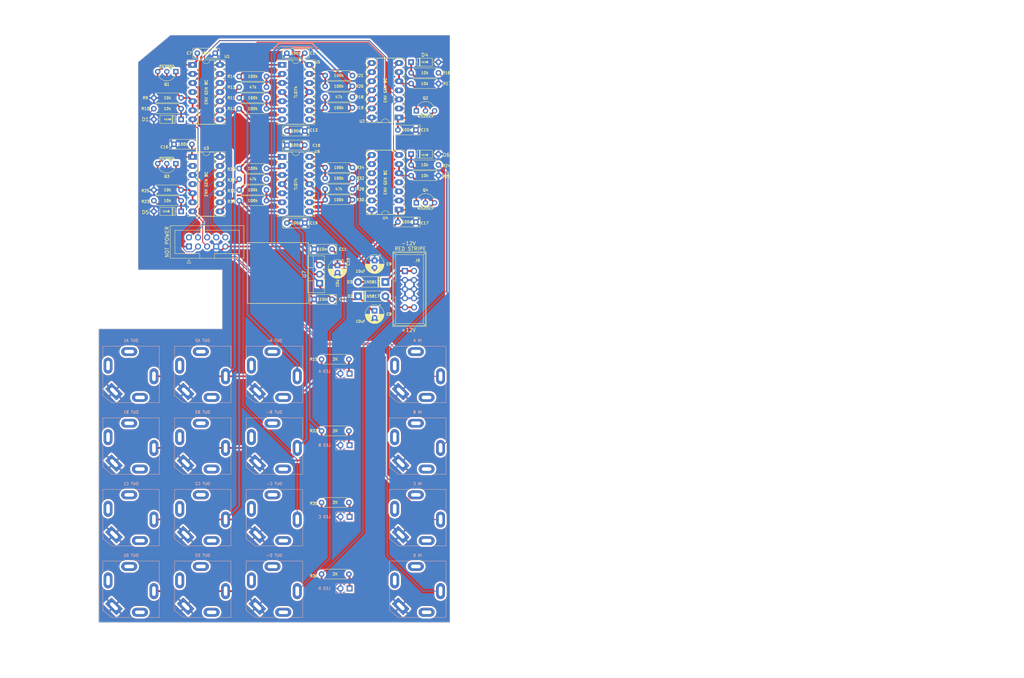
<source format=kicad_pcb>
(kicad_pcb (version 20221018) (generator pcbnew)
  (layers (0 "F.Cu" signal) (31 "B.Cu" signal) (34 "B.Paste" user) (35 "F.Paste" user) (36 "B.SilkS" user "B.Silkscreen") (37 "F.SilkS" user "F.Silkscreen") (38 "B.Mask" user) (39 "F.Mask" user) (44 "Edge.Cuts" user))
  (net 0 "")
  (net 1 "Net-(D4-K)")
  (net 2 "+5V")
  (net 3 "GATE B")
  (net 4 "Net-(D6-K)")
  (net 5 "GATE D")
  (net 6 "Net-(D1-K)")
  (net 7 "GATE A")
  (net 8 "Net-(D5-K)")
  (net 9 "GATE C")
  (net 10 "Net-(J10-Pin_1)")
  (net 11 "Net-(J13-Pin_1)")
  (net 12 "Net-(J18-Pin_1)")
  (net 13 "Net-(U5D--)")
  (net 14 "Net-(U5C--)")
  (net 15 "ENV B")
  (net 16 "GND")
  (net 17 "Net-(J14-Pin_1)")
  (net 18 "Net-(J24-Pin_1)")
  (net 19 "Net-(U6B--)")
  (net 20 "Net-(U5A--)")
  (net 21 "Net-(J12-Pin_1)")
  (net 22 "ENV A")
  (net 23 "Net-(U5B--)")
  (net 24 "Net-(J8-Pin_1)")
  (net 25 "Net-(J26-Pin_1)")
  (net 26 "Net-(J25-Pin_1)")
  (net 27 "REL")
  (net 28 "SUS")
  (net 29 "ATK")
  (net 30 "TIME")
  (net 31 "MODE")
  (net 32 "LVL")
  (net 33 "DEC")
  (net 34 "Net-(J16-Pin_1)")
  (net 35 "Net-(J15-Pin_1)")
  (net 36 "Net-(J19-Pin_1)")
  (net 37 "Net-(J20-Pin_1)")
  (net 38 "ENV C")
  (net 39 "Net-(U6A--)")
  (net 40 "ENV D")
  (net 41 "Net-(U6C--)")
  (net 42 "Net-(J28-Pin_1)")
  (net 43 "Net-(U6D--)")
  (net 44 "Net-(J22-Pin_1)")
  (net 45 "Net-(J21-Pin_1)")
  (net 46 "Net-(D3-K)")
  (net 47 "Net-(D2-A)")
  (net 48 "-12V")
  (net 49 "+12V")
  (footprint "ao_tht:TO-92_Inline_Wide" (layer "F.Cu") (at 67.54 35.64 180)
    (fp_text reference "Q1")
    (fp_text value "2N3904")
  )
  (footprint "ao_tht:C_Rect_L7.2mm_W2.5mm_P5.00mm_FKS2_FKP2_MKS2_MKP2" (layer "F.Cu") (at 134.5 77.65 180)
    (fp_text reference "C17")
    (fp_text value "100n")
  )
  (footprint "ao_tht:R_Axial_DIN0207_L6.3mm_D2.5mm_P7.62mm_Horizontal" (layer "F.Cu") (at 108.19 136)
    (fp_text reference "R22")
    (fp_text value "2K")
  )
  (footprint "ao_tht:R_Axial_DIN0207_L6.3mm_D2.5mm_P7.62mm_Horizontal" (layer "F.Cu") (at 108.19 176)
    (fp_text reference "R36")
    (fp_text value "2K")
  )
  (footprint "ao_tht:R_Axial_DIN0207_L6.3mm_D2.5mm_P7.62mm_Horizontal" (layer "F.Cu") (at 116.81 39.75 180)
    (fp_text reference "R20")
    (fp_text value "100k")
  )
  (footprint "ao_tht:DIP-14_W7.62mm_Socket_LongPads" (layer "F.Cu") (at 72.2 59.46)
    (fp_text reference "U3")
    (fp_text value "ENV GEN 8C")
  )
  (footprint "ao_tht:R_Axial_DIN0207_L6.3mm_D2.5mm_P7.62mm_Horizontal" (layer "F.Cu") (at 140.81 61.7 180)
    (fp_text reference "R24")
    (fp_text value "10k")
  )
  (footprint "ao_tht:DIP-14_W7.62mm_Socket_LongPads" (layer "F.Cu") (at 129.8 74.19 180)
    (fp_text reference "U4")
    (fp_text value "ENV GEN 8C")
  )
  (footprint "ao_tht:R_Axial_DIN0207_L6.3mm_D2.5mm_P7.62mm_Horizontal" (layer "F.Cu") (at 116.81 68.45 180)
    (fp_text reference "R28")
    (fp_text value "47k")
  )
  (footprint "ao_tht:R_Axial_DIN0207_L6.3mm_D2.5mm_P7.62mm_Horizontal" (layer "F.Cu") (at 133.19 64.7)
    (fp_text reference "R26")
    (fp_text value "10k")
  )
  (footprint "Diode_THT:D_DO-35_SOD27_P7.62mm_Horizontal" (layer "F.Cu") (at 133.19 58.7)
    (fp_text reference "D6")
    (fp_text value "1N4148")
  )
  (footprint "ao_tht:TO-92_Inline_Wide" (layer "F.Cu") (at 134.65 46.61)
    (fp_text reference "Q2")
    (fp_text value "2N3904")
  )
  (footprint "ao_tht:R_Axial_DIN0207_L6.3mm_D2.5mm_P7.62mm_Horizontal" (layer "F.Cu") (at 92.81 71.7 180)
    (fp_text reference "R33")
    (fp_text value "100k")
  )
  (footprint "ao_tht:D_DO-41_SOD81_P7.62mm_Horizontal" (layer "F.Cu") (at 118.38 98.41)
    (fp_text reference "D2")
    (fp_text value "1N5817")
  )
  (footprint "ao_tht:R_Axial_DIN0207_L6.3mm_D2.5mm_P7.62mm_Horizontal" (layer "F.Cu") (at 85.19 43)
    (fp_text reference "R11")
    (fp_text value "100k")
  )
  (footprint "ao_tht:TO-92_Inline_Wide" (layer "F.Cu") (at 67.54 61.34 180)
    (fp_text reference "Q3")
    (fp_text value "2N3904")
  )
  (footprint "Diode_THT:D_DO-35_SOD27_P7.62mm_Horizontal" (layer "F.Cu") (at 69 49 180)
    (fp_text reference "D1")
    (fp_text value "1N4148")
  )
  (footprint "ao_tht:R_Axial_DIN0207_L6.3mm_D2.5mm_P7.62mm_Horizontal" (layer "F.Cu") (at 92.81 62.7 180)
    (fp_text reference "R29")
    (fp_text value "100k")
  )
  (footprint "ao_tht:R_Axial_DIN0207_L6.3mm_D2.5mm_P7.62mm_Horizontal" (layer "F.Cu") (at 85.19 65.7)
    (fp_text reference "R27")
    (fp_text value "47k")
  )
  (footprint "Diode_THT:D_DO-35_SOD27_P7.62mm_Horizontal" (layer "F.Cu") (at 133.19 33)
    (fp_text reference "D4")
    (fp_text value "1N4148")
  )
  (footprint "ao_tht:C_Rect_L7.2mm_W2.5mm_P5.00mm_FKS2_FKP2_MKS2_MKP2" (layer "F.Cu") (at 134.5 51.95 180)
    (fp_text reference "C15")
    (fp_text value "100n")
  )
  (footprint "ao_tht:R_Axial_DIN0207_L6.3mm_D2.5mm_P7.62mm_Horizontal" (layer "F.Cu") (at 69 68.7 180)
    (fp_text reference "R25")
    (fp_text value "10k")
  )
  (footprint "ao_tht:CP_Radial_D5.0mm_P2.00mm" (layer "F.Cu") (at 123 88.41 -90)
    (fp_text reference "C9")
    (fp_text value "10uf")
  )
  (footprint "ao_tht:C_Rect_L7.2mm_W2.5mm_P5.00mm_FKS2_FKP2_MKS2_MKP2" (layer "F.Cu") (at 98.5 56.2)
    (fp_text reference "C18")
    (fp_text value "100n")
  )
  (footprint "ao_tht:DIP-14_W7.62mm_Socket_LongPads" (layer "F.Cu") (at 97.2 59.46)
    (fp_text reference "U6")
    (fp_text value "TL074")
  )
  (footprint "ao_tht:R_Axial_DIN0207_L6.3mm_D2.5mm_P7.62mm_Horizontal" (layer "F.Cu") (at 116.81 42.75 180)
    (fp_text reference "R18")
    (fp_text value "47k")
  )
  (footprint "ao_tht:CP_Radial_D5.0mm_P2.00mm" (layer "F.Cu") (at 123 102.41 -90)
    (fp_text reference "C8")
    (fp_text value "10uf")
  )
  (footprint "ao_tht:C_Rect_L7.2mm_W2.5mm_P5.00mm_FKS2_FKP2_MKS2_MKP2" (layer "F.Cu") (at 98.5 30.5)
    (fp_text reference "C14")
    (fp_text value "100n")
  )
  (footprint "ao_tht:C_Rect_L7.2mm_W2.5mm_P5.00mm_FKS2_FKP2_MKS2_MKP2" (layer "F.Cu") (at 98.5 52.25)
    (fp_text reference "C13")
    (fp_text value "100n")
  )
  (footprint "ao_tht:R_Axial_DIN0207_L6.3mm_D2.5mm_P7.62mm_Horizontal" (layer "F.Cu") (at 61.38 71.7)
    (fp_text reference "R23")
    (fp_text value "10k")
  )
  (footprint "ao_tht:R_Axial_DIN0207_L6.3mm_D2.5mm_P7.62mm_Horizontal" (layer "F.Cu") (at 109.19 36.75)
    (fp_text reference "R21")
    (fp_text value "100k")
  )
  (footprint "ao_tht:DIP-14_W7.62mm_Socket_LongPads" (layer "F.Cu") (at 72.2 33.76)
    (fp_text reference "U1")
    (fp_text value "ENV GEN 8C")
  )
  (footprint "ao_tht:R_Axial_DIN0207_L6.3mm_D2.5mm_P7.62mm_Horizontal" (layer "F.Cu") (at 109.19 45.75)
    (fp_text reference "R19")
    (fp_text value "100k")
  )
  (footprint "ao_tht:C_Rect_L7.2mm_W2.5mm_P5.00mm_FKS2_FKP2_MKS2_MKP2" (layer "F.Cu") (at 98.5 77.95)
    (fp_text reference "C19")
    (fp_text value "100n")
  )
  (footprint "ao_tht:R_Axial_DIN0207_L6.3mm_D2.5mm_P7.62mm_Horizontal" (layer "F.Cu") (at 140.81 36 180)
    (fp_text reference "R16")
    (fp_text value "10k")
  )
  (footprint "ao_tht:R_Axial_DIN0207_L6.3mm_D2.5mm_P7.62mm_Horizontal" (layer "F.Cu") (at 109.19 62.45)
    (fp_text reference "R34")
    (fp_text value "100k")
  )
  (footprint "Diode_THT:D_DO-35_SOD27_P7.62mm_Horizontal" (layer "F.Cu") (at 69 74.7 180)
    (fp_text reference "D5")
    (fp_text value "1N4148")
  )
  (footprint "ao_tht:R_Axial_DIN0207_L6.3mm_D2.5mm_P7.62mm_Horizontal" (layer "F.Cu") (at 116.81 65.45 180)
    (fp_text reference "R32")
    (fp_text value "100k")
  )
  (footprint "ao_tht:R_Axial_DIN0207_L6.3mm_D2.5mm_P7.62mm_Horizontal" (layer "F.Cu") (at 85.19 68.7)
    (fp_text reference "R31")
    (fp_text value "100k")
  )
  (footprint "ao_tht:TO-92_Inline_Wide" (layer "F.Cu") (at 134.65 72.31)
    (fp_text reference "Q4")
    (fp_text value "2N3904")
  )
  (footprint "Connector_IDC:IDC-Header_2x05_P2.54mm_Vertical" (layer "F.Cu") (at 71.17 84.5025 90)
    (fp_text reference "NOT POWER")
    (fp_text value "IDC-Header_2x05_P2.54mm_Vertical")
  )
  (footprint "ao_tht:C_Rect_L7.2mm_W2.5mm_P5.00mm_FKS2_FKP2_MKS2_MKP2" (layer "F.Cu") (at 78.5 30.5 180)
    (fp_text reference "C7")
    (fp_text value "100n")
  )
  (footprint "ao_tht:R_Axial_DIN0207_L6.3mm_D2.5mm_P7.62mm_Horizontal" (layer "F.Cu") (at 108.19 116)
    (fp_text reference "R15")
    (fp_text value "2K")
  )
  (footprint "ao_tht:DIP-14_W7.62mm_Socket_LongPads" (layer "F.Cu") (at 129.8 48.49 180)
    (fp_text reference "U2")
    (fp_text value "ENV GEN 8C")
  )
  (footprint "ao_tht:R_Axial_DIN0207_L6.3mm_D2.5mm_P7.62mm_Horizontal" (layer "F.Cu") (at 92.81 46 180)
    (fp_text reference "R12")
    (fp_text value "100k")
  )
  (footprint "ao_tht:C_Rect_L7.2mm_W2.5mm_P5.00mm_FKS2_FKP2_MKS2_MKP2" (layer "F.Cu") (at 111.129 85.266 180)
    (fp_text reference "C11")
    (fp_text value "10n")
  )
  (footprint "ao_tht:Power_Header" (layer "F.Cu") (at 131.46 91.33)
    (fp_text reference "J9")
    (fp_text value "POWER")
  )
  (footprint "ao_tht:R_Axial_DIN0207_L6.3mm_D2.5mm_P7.62mm_Horizontal" (layer "F.Cu") (at 85.19 40)
    (fp_text reference "R13")
    (fp_text value "47k")
  )
  (footprint "ao_tht:R_Axial_DIN0207_L6.3mm_D2.5mm_P7.62mm_Horizontal" (layer "F.Cu") (at 108.19 156)
    (fp_text reference "R35")
    (fp_text value "2K")
  )
  (footprint "ao_tht:C_Rect_L7.2mm_W2.5mm_P5.00mm_FKS2_FKP2_MKS2_MKP2" (layer "F.Cu") (at 67 55.95)
    (fp_text reference "C16")
    (fp_text value "100n")
  )
  (footprint "ao_tht:R_Axial_DIN0207_L6.3mm_D2.5mm_P7.62mm_Horizontal" (layer "F.Cu") (at 109.19 71.45)
    (fp_text reference "R30")
    (fp_text value "100k")
  )
  (footprint "ao_tht:R_Axial_DIN0207_L6.3mm_D2.5mm_P7.62mm_Horizontal" (layer "F.Cu") (at 92.81 37 180)
    (fp_text reference "R14")
    (fp_text value "100k")
  )
  (footprint "ao_tht:C_Rect_L7.2mm_W2.5mm_P5.00mm_FKS2_FKP2_MKS2_MKP2" (layer "F.Cu") (at 106.129 99.266)
    (fp_text reference "C12")
    (fp_text value "10n")
  )
  (footprint "ao_tht:D_DO-41_SOD81_P7.62mm_Horizontal" (layer "F.Cu") (at 126 94.41 180)
    (fp_text reference "D3")
    (fp_text value "1N5817")
  )
  (footprint "Package_TO_SOT_THT:TO-220-3_Vertical" (layer "F.Cu") (at 107.629 94.766 90)
    (fp_text reference "U7")
    (fp_text value "LM7809")
  )
  (footprint "ao_tht:CP_Radial_D5.0mm_P2.00mm" (layer "F.Cu") (at 112.629 89.766 -90)
    (fp_text reference "C10")
    (fp_text value "10u")
  )
  (footprint "ao_tht:R_Axial_DIN0207_L6.3mm_D2.5mm_P7.62mm_Horizontal" (layer "F.Cu") (at 61.38 46)
    (fp_text reference "R10")
    (fp_text value "10k")
  )
  (footprint "ao_tht:R_Axial_DIN0207_L6.3mm_D2.5mm_P7.62mm_Horizontal" (layer "F.Cu") (at 133.19 39)
    (fp_text reference "R17")
    (fp_text value "10k")
  )
  (footprint "ao_tht:Heatsink_17x17mm_A-5093" (layer "F.Cu") (at 96 91.91)
    (fp_text reference "REF**" hide)
    (fp_text value "Heatsink_17x17mm_A-5093")
  )
  (footprint "ao_tht:DIP-14_W7.62mm_Socket_LongPads" (layer "F.Cu") (at 97.2 33.76)
    (fp_text reference "U5")
    (fp_text value "TL074")
  )
  (footprint "ao_tht:R_Axial_DIN0207_L6.3mm_D2.5mm_P7.62mm_Horizontal" (layer "F.Cu") (at 69 43 180)
    (fp_text reference "R9")
    (fp_text value "10k")
  )
  (footprint "ao_tht:Jack_6.35mm_PJ_629HAN_slots" (layer "B.Cu") (at 135 160.26 180)
    (fp_text reference "IN C")
    (fp_text value "Jack_6.35mm_PJ_629HAN_slots")
  )
  (footprint "ao_tht:Jack_6.35mm_PJ_629HAN_slots" (layer "B.Cu") (at 55 180.26 180)
    (fp_text reference "OUT D1")
    (fp_text value "Jack_6.35mm_PJ_629HAN_slots")
  )
  (footprint "ao_tht:Jack_6.35mm_PJ_629HAN_slots" (layer "B.Cu") (at 135 140.26 180)
    (fp_text reference "IN B")
    (fp_text value "Jack_6.35mm_PJ_629HAN_slots")
  )
  (footprint "ao_tht:Jack_6.35mm_PJ_629HAN_slots" (layer "B.Cu") (at 95 120.26 180)
    (fp_text reference "OUT A-")
    (fp_text value "Jack_6.35mm_PJ_629HAN_slots")
  )
  (footprint "ao_tht:Jack_6.35mm_PJ_629HAN_slots" (layer "B.Cu") (at 75 160.26 180)
    (fp_text reference "OUT C2")
    (fp_text value "Jack_6.35mm_PJ_629HAN_slots")
  )
  (footprint "ao_tht:Jack_6.35mm_PJ_629HAN_slots" (layer "B.Cu") (at 55 140.26 180)
    (fp_text reference "OUT B1")
    (fp_text value "Jack_6.35mm_PJ_629HAN_slots")
  )
  (footprint "ao_tht:Jack_6.35mm_PJ_629HAN_slots" (layer "B.Cu") (at 55 120.26 180)
    (fp_text reference "OUT A1")
    (fp_text value "Jack_6.35mm_PJ_629HAN_slots")
  )
  (footprint "ao_tht:PinHeader_1x02_P2.54mm_Vertical" (layer "B.Cu") (at 115 120 180)
    (fp_text reference "LED A")
    (fp_text value "LED A")
  )
  (footprint "ao_tht:Jack_6.35mm_PJ_629HAN_slots" (layer "B.Cu") (at 75 180.26 180)
    (fp_text reference "OUT D2")
    (fp_text value "Jack_6.35mm_PJ_629HAN_slots")
  )
  (footprint "ao_tht:PinHeader_1x02_P2.54mm_Vertical" (layer "B.Cu") (at 115 180 180)
    (fp_text reference "LED D")
    (fp_text value "LED D")
  )
  (footprint "ao_tht:PinHeader_1x02_P2.54mm_Vertical" (layer "B.Cu") (at 115 140 180)
    (fp_text reference "LED B")
    (fp_text value "LED B")
  )
  (footprint "ao_tht:Jack_6.35mm_PJ_629HAN_slots" (layer "B.Cu") (at 135 180.26 180)
    (fp_text reference "IN D")
    (fp_text value "Jack_6.35mm_PJ_629HAN_slots")
  )
  (footprint "ao_tht:Jack_6.35mm_PJ_629HAN_slots" (layer "B.Cu") (at 95 160.26 180)
    (fp_text reference "OUT C-")
    (fp_text value "Jack_6.35mm_PJ_629HAN_slots")
  )
  (footprint "ao_tht:Jack_6.35mm_PJ_629HAN_slots" (layer "B.Cu") (at 95 140.26 180)
    (fp_text reference "OUT B-")
    (fp_text value "Jack_6.35mm_PJ_629HAN_slots")
  )
  (footprint "ao_tht:Jack_6.35mm_PJ_629HAN_slots" (layer "B.Cu") (at 135 120.26 180)
    (fp_text reference "IN A")
    (fp_text value "Jack_6.35mm_PJ_629HAN_slots")
  )
  (footprint "ao_tht:Jack_6.35mm_PJ_629HAN_slots" (layer "B.Cu") (at 75 140.26 180)
    (fp_text reference "OUT B2")
    (fp_text value "Jack_6.35mm_PJ_629HAN_slots")
  )
  (footprint "ao_tht:PinHeader_1x02_P2.54mm_Vertical" (layer "B.Cu") (at 115 160 180)
    (fp_text reference "LED C")
    (fp_text value "LED C")
  )
  (footprint "ao_tht:Jack_6.35mm_PJ_629HAN_slots" (layer "B.Cu") (at 55 160.26 180)
    (fp_text reference "OUT C1")
    (fp_text value "Jack_6.35mm_PJ_629HAN_slots")
  )
  (footprint "ao_tht:Jack_6.35mm_PJ_629HAN_slots" (layer "B.Cu") (at 75 120.26 180)
    (fp_text reference "OUT A2")
    (fp_text value "Jack_6.35mm_PJ_629HAN_slots")
  )
  (footprint "ao_tht:Jack_6.35mm_PJ_629HAN_slots" (layer "B.Cu") (at 95 180.26 180)
    (fp_text reference "OUT D-")
    (fp_text value "Jack_6.35mm_PJ_629HAN_slots")
  )
  (gr_poly (pts (xy 57 33) (xy 66 25.5) (xy 144 25.5) (xy 144 189.5) (xy 46 189.5) (xy 46 107.5) (xy 80.5 107.5) (xy 80.5 91) (xy 57 91)) (stroke (width 0.1)) (fill none) (layer "Edge.Cuts"))
  (segment (start 133.19 33) (end 133.19 36) (width 0.5) (layer "F.Cu") (net 1))
  (segment (start 137.19 40) (end 133.19 36) (width 0.5) (layer "F.Cu") (net 1))
  (segment (start 137.19 46.61) (end 137.19 40) (width 0.5) (layer "F.Cu") (net 1))
  (segment (start 62.46 35.64) (end 62.46 40.96) (width 0.5) (layer "F.Cu") (net 2))
  (segment (start 102.4455 84.5025) (end 81.33 84.5025) (width 0.5) (layer "F.Cu") (net 2))
  (segment (start 72 59.26) (end 72.2 59.46) (width 0.5) (layer "F.Cu") (net 2))
  (segment (start 73.5 32.46) (end 72.2 33.76) (width 0.5) (layer "F.Cu") (net 2))
  (segment (start 112.549 89.686) (end 112.629 89.766) (width 0.5) (layer "F.Cu") (net 2))
  (segment (start 62.46 61.34) (end 64.34 59.46) (width 0.5) (layer "F.Cu") (net 2))
  (segment (start 138.98 47.36) (end 138.98 71.56) (width 0.5) (layer "F.Cu") (net 2))
  (segment (start 129.5 51.95) (end 129.5 48.79) (width 0.5) (layer "F.Cu") (net 2))
  (segment (start 139.73 72.31) (end 137.78 74.26) (width 0.5) (layer "F.Cu") (net 2))
  (segment (start 64.34 33.76) (end 72.2 33.76) (width 0.5) (layer "F.Cu") (net 2))
  (segment (start 137.78 48.56) (end 129.87 48.56) (width 0.5) (layer "F.Cu") (net 2))
  (segment (start 112.629 86.766) (end 111.129 85.266) (width 0.5) (layer "F.Cu") (net 2))
  (segment (start 107.629 89.686) (end 112.549 89.686) (width 0.5) (layer "F.Cu") (net 2))
  (segment (start 117.384 89.766) (end 129.5 77.65) (width 0.5) (layer "F.Cu") (net 2))
  (segment (start 129.5 77.65) (end 129.5 74.49) (width 0.5) (layer "F.Cu") (net 2))
  (segment (start 139.73 46.61) (end 137.78 48.56) (width 0.5) (layer "F.Cu") (net 2))
  (segment (start 62.46 66.14995) (end 62.46 61.34) (width 0.5) (layer "F.Cu") (net 2))
  (segment (start 65 58.8) (end 62.46 61.34) (width 0.5) (layer "F.Cu") (net 2))
  (segment (start 62.46 35.64) (end 64.34 33.76) (width 0.5) (layer "F.Cu") (net 2))
  (segment (start 129.87 74.26) (end 129.8 74.19) (width 0.5) (layer "F.Cu") (net 2))
  (segment (start 129.5 74.49) (end 129.8 74.19) (width 0.5) (layer "F.Cu") (net 2))
  (segment (start 67.5 84) (end 67.5 71.18995) (width 0.5) (layer "F.Cu") (net 2))
  (segment (start 67.5 71.18995) (end 62.46 66.14995) (width 0.5) (layer "F.Cu") (net 2))
  (segment (start 112.629 89.766) (end 117.384 89.766) (width 0.5) (layer "F.Cu") (net 2))
  (segment (start 64.34 59.46) (end 72.2 59.46) (width 0.5) (layer "F.Cu") (net 2))
  (segment (start 81.33 84.5025) (end 79.0825 86.75) (width 0.5) (layer "F.Cu") (net 2))
  (segment (start 112.629 89.766) (end 112.629 86.766) (width 0.5) (layer "F.Cu") (net 2))
  (segment (start 107.629 89.686) (end 102.4455 84.5025) (width 0.5) (layer "F.Cu") (net 2))
  (segment (start 138.98 71.56) (end 139.73 72.31) (width 0.5) (layer "F.Cu") (net 2))
  (segment (start 72 55.95) (end 72 59.26) (width 0.5) (layer "F.Cu") (net 2))
  (segment (start 137.78 74.26) (end 129.87 74.26) (width 0.5) (layer "F.Cu") (net 2))
  (segment (start 70.25 86.75) (end 67.5 84) (width 0.5) (layer "F.Cu") (net 2))
  (segment (start 62.46 40.96) (end 65 43.5) (width 0.5) (layer "F.Cu") (net 2))
  (segment (start 65 43.5) (end 65 58.8) (width 0.5) (layer "F.Cu") (net 2))
  (segment (start 139.73 46.61) (end 138.98 47.36) (width 0.5) (layer "F.Cu") (net 2))
  (segment (start 79.0825 86.75) (end 70.25 86.75) (width 0.5) (layer "F.Cu") (net 2))
  (segment (start 129.5 48.79) (end 129.8 48.49) (width 0.5) (layer "F.Cu") (net 2))
  (segment (start 129.87 48.56) (end 129.8 48.49) (width 0.5) (layer "F.Cu") (net 2))
  (segment (start 73.5 30.5) (end 73.5 32.46) (width 0.5) (layer "F.Cu") (net 2))
  (segment (start 134.65 46.61) (end 134.65 40.46) (width 0.5) (layer "F.Cu") (net 3))
  (segment (start 133.19 39) (end 130.47 39) (width 0.5) (layer "F.Cu") (net 3))
  (segment (start 129.8 35.79) (end 129.8 38.33) (width 0.5) (layer "F.Cu") (net 3))
  (segment (start 130.47 39) (end 129.8 38.33) (width 0.5) (layer "F.Cu") (net 3))
  (segment (start 134.65 40.46) (end 133.19 39) (width 0.5) (layer "F.Cu") (net 3))
  (segment (start 133.19 58.7) (end 133.19 61.7) (width 0.5) (layer "F.Cu") (net 4))
  (segment (start 137.19 72.31) (end 137.19 65.7) (width 0.5) (layer "F.Cu") (net 4))
  (segment (start 137.19 65.7) (end 133.19 61.7) (width 0.5) (layer "F.Cu") (net 4))
  (segment (start 129.8 61.49) (end 129.8 64.03) (width 0.5) (layer "F.Cu") (net 5))
  (segment (start 130.47 64.7) (end 129.8 64.03) (width 0.5) (layer "F.Cu") (net 5))
  (segment (start 134.65 66.16) (end 133.19 64.7) (width 0.5) (layer "F.Cu") (net 5))
  (segment (start 133.19 64.7) (end 130.47 64.7) (width 0.5) (layer "F.Cu") (net 5))
  (segment (start 134.65 72.31) (end 134.65 66.16) (width 0.5) (layer "F.Cu") (net 5))
  (segment (start 65 35.64) (end 65 42) (width 0.5) (layer "F.Cu") (net 6))
  (segment (start 65 42) (end 69 46) (width 0.5) (layer "F.Cu") (net 6))
  (segment (start 69 49) (end 69 46) (width 0.5) (layer "F.Cu") (net 6))
  (segment (start 67.54 35.64) (end 67.54 41.54) (width 0.5) (layer "F.Cu") (net 7))
  (segment (start 72.2 43.92) (end 72.2 46.46) (width 0.5) (layer "F.Cu") (net 7))
  (segment (start 71.28 43) (end 72.2 43.92) (width 0.5) (layer "F.Cu") (net 7))
  (segment (start 69 43) (end 71.28 43) (width 0.5) (layer "F.Cu") (net 7))
  (segment (start 67.54 41.54) (end 69 43) (width 0.5) (layer "F.Cu") (net 7))
  (segment (start 65 67.7) (end 69 71.7) (width 0.5) (layer "F.Cu") (net 8))
  (segment (start 69 74.7) (end 69 71.7) (width 0.5) (layer "F.Cu") (net 8))
  (segment (start 65 61.34) (end 65 67.7) (width 0.5) (layer "F.Cu") (net 8))
  (segment (start 72.2 69.62) (end 72.2 72.16) (width 0.5) (layer "F.Cu") (net 9))
  (segment (start 69 68.7) (end 71.28 68.7) (width 0.5) (layer "F.Cu") (net 9))
  (segment (start 71.28 68.7) (end 72.2 69.62) (width 0.5) (layer "F.Cu") (net 9))
  (segment (start 67.54 61.34) (end 67.54 67.24) (width 0.5) (layer "F.Cu") (net 9))
  (segment (start 67.54 67.24) (end 69 68.7) (width 0.5) (layer "F.Cu") (net 9))
  (segment (start 61.4 120.76) (end 81.4 120.76) (width 0.5) (layer "F.Cu") (net 10))
  (segment (start 85.19 46) (end 88.19 49) (width 0.5) (layer "F.Cu") (net 10))
  (segment (start 103.5 124.75) (end 108.19 120.06) (width 0.5) (layer "F.Cu") (net 10))
  (segment (start 88.19 49) (end 97.2 49) (width 0.5) (layer "F.Cu") (net 10))
  (segment (start 95.51 120.76) (end 99.5 124.75) (width 0.5) (layer "F.Cu") (net 10))
  (segment (start 81.4 120.76) (end 95.51 120.76) (width 0.5) (layer "F.Cu") (net 10))
  (segment (start 99.5 124.75) (end 103.5 124.75) (width 0.5) (layer "F.Cu") (net 10))
  (segment (start 108.19 120.06) (end 108.19 116) (width 0.5) (layer "F.Cu") (net 10))
  (segment (start 83.94 118.22) (end 81.4 120.76) (width 0.5) (layer "B.Cu") (net 10))
  (segment (start 85.19 46) (end 83.94 47.25) (width 0.5) (layer "B.Cu") (net 10))
  (segment (start 83.94 47.25) (end 83.94 118.22) (width 0.5) (layer "B.Cu") (net 10))
  (segment (start 115.81 116) (end 115.81 119.81) (width 0.5) (layer "F.Cu") (net 11))
  (segment (start 115.81 119.81) (end 116 120) (width 0.5) (layer "F.Cu") (net 11))
  (segment (start 116.81 39.75) (end 115 41.56) (width 0.5) (layer "F.Cu") (net 12))
  (segment (start 115 41.56) (end 115 43.94) (width 0.5) (layer "F.Cu") (net 12))
  (segment (start 104.82 49) (end 113.56 49) (width 0.5) (layer "F.Cu") (net 12))
  (segment (start 115 43.94) (end 116.81 45.75) (width 0.5) (layer "F.Cu") (net 12))
  (segment (start 113.56 49) (end 116.81 45.75) (width 0.5) (layer "F.Cu") (net 12))
  (segment (start 94.25 30.510051) (end 96.460051 28.3) (width 0.5) (layer "B.Cu") (net 12))
  (segment (start 96.460051 28.3) (end 105.36 28.3) (width 0.5) (layer "B.Cu") (net 12))
  (segment (start 105.36 28.3) (end 116.81 39.75) (width 0.5) (layer "B.Cu") (net 12))
  (segment (start 101.4 140.76) (end 104 138.16) (width 0.5) (layer "B.Cu") (net 12))
  (segment (start 104 138.16) (end 104 93.489949) (width 0.5) (layer "B.Cu") (net 12))
  (segment (start 104 93.489949) (end 94.25 83.739949) (width 0.5) (layer "B.Cu") (net 12))
  (segment (start 94.25 83.739949) (end 94.25 30.510051) (width 0.5) (layer "B.Cu") (net 12))
  (segment (start 104.82 36.3) (end 108.74 36.3) (width 0.5) (layer "F.Cu") (net 13))
  (segment (start 108.74 36.3) (end 109.19 36.75) (width 0.5) (layer "F.Cu") (net 13))
  (segment (start 109.19 36.75) (end 109.19 39.75) (width 0.5) (layer "F.Cu") (net 13))
  (segment (start 108.48 46.46) (end 109.19 45.75) (width 0.5) (layer "F.Cu") (net 14))
  (segment (start 104.82 46.46) (end 108.48 46.46) (width 0.5) (layer "F.Cu") (net 14))
  (segment (start 109.19 45.75) (end 109.19 42.75) (width 0.5) (layer "F.Cu") (net 14))
  (segment (start 117.935 41.625) (end 117.935 37.495) (width 0.25) (layer "F.Cu") (net 15))
  (segment (start 117.935 37.495) (end 122.18 33.25) (width 0.25) (layer "F.Cu") (net 15))
  (segment (start 116.81 42.75) (end 117.935 41.625) (width 0.25) (layer "F.Cu") (net 15))
  (segment (start 141.4 140.76) (end 143.25 138.91) (width 0.25) (layer "F.Cu") (net 17))
  (segment (start 143.25 38.44) (end 140.81 36) (width 0.25) (layer "F.Cu") (net 17))
  (segment (start 143.25 138.91) (end 143.25 38.44) (width 0.25) (layer "F.Cu") (net 17))
  (segment (start 86.75 64.26) (end 85.19 62.7) (width 0.5) (layer "F.Cu") (net 18))
  (segment (start 86.75 67.14) (end 86.75 64.26) (width 0.5) (layer "F.Cu") (net 18))
  (segment (start 88.43 59.46) (end 85.19 62.7) (width 0.5) (layer "F.Cu") (net 18))
  (segment (start 97.2 59.46) (end 88.43 59.46) (width 0.5) (layer "F.Cu") (net 18))
  (segment (start 85.19 68.7) (end 86.75 67.14) (width 0.5) (layer "F.Cu") (net 18))
  (segment (start 86.315 128.902387) (end 86.315 69.825) (width 0.25) (layer "B.Cu") (net 18))
  (segment (start 86.315 69.825) (end 85.19 68.7) (width 0.25) (layer "B.Cu") (net 18))
  (segment (start 101.4 160.76) (end 101.4 143.987387) (width 0.25) (layer "B.Cu") (net 18))
  (segment (start 101.4 143.987387) (end 86.315 128.902387) (width 0.25) (layer "B.Cu") (net 18))
  (segment (start 96.74 71.7) (end 97.2 72.16) (width 0.5) (layer "F.Cu") (net 19))
  (segment (start 92.81 71.7) (end 96.74 71.7) (width 0.5) (layer "F.Cu") (net 19))
  (segment (start 92.81 68.7) (end 92.81 71.7) (width 0.5) (layer "F.Cu") (net 19))
  (segment (start 96.5 37) (end 97.2 36.3) (width 0.5) (layer "F.Cu") (net 20))
  (segment (start 92.81 37) (end 92.81 40) (width 0.5) (layer "F.Cu") (net 20))
  (segment (start 92.81 37) (end 96.5 37) (width 0.5) (layer "F.Cu") (net 20))
  (segment (start 85.19 43) (end 86.75 41.44) (width 0.5) (layer "F.Cu") (net 21))
  (segment (start 86.75 38.56) (end 85.19 37) (width 0.5) (layer "F.Cu") (net 21))
  (segment (start 88.43 33.76) (end 85.19 37) (width 0.5) (layer "F.Cu") (net 21))
  (segment (start 97.2 33.76) (end 88.43 33.76) (width 0.5) (layer "F.Cu") (net 21))
  (segment (start 86.75 41.44) (end 86.75 38.56) (width 0.5) (layer "F.Cu") (net 21))
  (segment (start 87.5 45.31) (end 87.5 103.455836) (width 0.5) (layer "B.Cu") (net 21))
  (segment (start 101.4 117.355836) (end 101.4 120.76) (width 0.5) (layer "B.Cu") (net 21))
  (segment (start 87.5 103.455836) (end 101.4 117.355836) (width 0.5) (layer "B.Cu") (net 21))
  (segment (start 85.19 43) (end 87.5 45.31) (width 0.5) (layer "B.Cu") (net 21))
  (segment (start 79.82 49) (end 81.5 49) (width 0.5) (layer "F.Cu") (net 22))
  (segment (start 81.5 49) (end 83.75 46.75) (width 0.5) (layer "F.Cu") (net 22))
  (segment (start 83.75 46.75) (end 83.75 41.44) (width 0.5) (layer "F.Cu") (net 22))
  (segment (start 83.75 41.44) (end 85.19 40) (width 0.5) (layer "F.Cu") (net 22))
  (segment (start 96.74 46) (end 97.2 46.46) (width 0.5) (layer "F.Cu") (net 23))
  (segment (start 92.81 46) (end 96.74 46) (width 0.5) (layer "F.Cu") (net 23))
  (segment (start 92.81 43) (end 92.81 46) (width 0.5) (layer "F.Cu") (net 23))
  (segment (start 108.5 111.5) (end 127.25 111.5) (width 0.25) (layer "F.Cu") (net 24))
  (segment (start 61.38 46) (end 58.5 48.88) (width 0.25) (layer "F.Cu") (net 24))
  (segment (start 136.51 120.76) (end 141.4 120.76) (width 0.25) (layer "F.Cu") (net 24))
  (segment (start 58.5 63.5) (end 66 71) (width 0.25) (layer "F.Cu") (net 24))
  (segment (start 66 83.313172) (end 70.011828 87.325) (width 0.25) (layer "F.Cu") (net 24))
  (segment (start 127.25 111.5) (end 136.51 120.76) (width 0.25) (layer "F.Cu") (net 24))
  (segment (start 70.011828 87.325) (end 84.325 87.325) (width 0.25) (layer "F.Cu") (net 24))
  (segment (start 84.325 87.325) (end 108.5 111.5) (width 0.25) (layer "F.Cu") (net 24))
  (segment (start 66 71) (end 66 83.313172) (width 0.25) (layer "F.Cu") (net 24))
  (segment (start 58.5 48.88) (end 58.5 63.5) (width 0.25) (layer "F.Cu") (net 24))
  (segment (start 108.19 179.81) (end 108.19 176) (width 0.5) (layer "F.Cu") (net 25))
  (segment (start 99 184) (end 104 184) (width 0.5) (layer "F.Cu") (net 25))
  (segment (start 113.82 59.46) (end 116.81 62.45) (width 0.5) (layer "F.Cu") (net 25))
  (segment (start 61.4 180.76) (end 81.4 180.76) (width 0.5) (layer "F.Cu") (net 25))
  (segment (start 81.4 180.76) (end 95.76 180.76) (width 0.5) (layer "F.Cu") (net 25))
  (segment (start 95.76 180.76) (end 99 184) (width 0.5) (layer "F.Cu") (net 25))
  (segment (start 104 184) (end 108.19 179.81) (width 0.5) (layer "F.Cu") (net 25))
  (segment (start 104.82 59.46) (end 113.82 59.46) (width 0.5) (layer "F.Cu") (net 25))
  (segment (start 128 88.75) (end 128 104.25) (width 0.25) (layer "B.Cu") (net 25))
  (segment (start 119.75 112.5) (end 119.75 164.44) (width 0.25) (layer "B.Cu") (net 25))
  (segment (start 128 104.25) (end 119.75 112.5) (width 0.25) (layer "B.Cu") (net 25))
  (segment (start 117.935 63.575) (end 117.935 78.685) (width 0.25) (layer "B.Cu") (net 25))
  (segment (start 119.75 164.44) (end 108.19 176) (width 0.25) (layer "B.Cu") (net 25))
  (segment (start 117.935 78.685) (end 128 88.75) (width 0.25) (layer "B.Cu") (net 25))
  (segment (start 116.81 62.45) (end 117.935 63.575) (width 0.25) (layer "B.Cu") (net 25))
  (segment (start 116 180) (end 116 176.19) (width 0.5) (layer "F.Cu") (net 26))
  (segment (start 116 176.19) (end 115.81 176) (width 0.5) (layer "F.Cu") (net 26))
  (segment (start 124.2 56.745584) (end 124.2 59.47) (width 0.25) (layer "F.Cu") (net 27))
  (segment (start 118.7 51.245584) (end 124.2 56.745584) (width 0.25) (layer "F.Cu") (net 27))
  (segment (start 79.82 72.16) (end 83.145 68.835) (width 0.25) (layer "F.Cu") (net 27))
  (segment (start 83.175 43.105) (end 83.175 37.075) (width 0.25) (layer "F.Cu") (net 27))
  (segment (start 124.2 59.47) (end 122.18 61.49) (width 0.25) (layer "F.Cu") (net 27))
  (segment (start 91 29.25) (end 120.590812 29.25) (width 0.25) (layer "F.Cu") (net 27))
  (segment (start 79.82 46.46) (end 83.175 43.105) (width 0.25) (layer "F.Cu") (net 27))
  (segment (start 83.145 68.835) (end 83.145 57.849416) (width 0.25) (layer "F.Cu") (net 27))
  (segment (start 78.295 52.999416) (end 78.295 47.985) (width 0.25) (layer "F.Cu") (net 27))
  (segment (start 122.18 35.79) (end 118.7 39.27) (width 0.25) (layer "F.Cu") (net 27))
  (segment (start 83.175 37.075) (end 91 29.25) (width 0.25) (layer "F.Cu") (net 27))
  (segment (start 78.295 47.985) (end 79.82 46.46) (width 0.25) (layer "F.Cu") (net 27))
  (segment (start 120.590812 29.25) (end 123.705 32.364188) (width 0.25) (layer "F.Cu") (net 27))
  (segment (start 123.705 34.265) (end 122.18 35.79) (width 0.25) (layer "F.Cu") (net 27))
  (segment (start 83.145 57.849416) (end 78.295 52.999416) (width 0.25) (layer "F.Cu") (net 27))
  (segment (start 123.705 32.364188) (end 123.705 34.265) (width 0.25) (layer "F.Cu") (net 27))
  (segment (start 118.7 39.27) (end 118.7 51.245584) (width 0.25) (layer "F.Cu") (net 27))
  (segment (start 81.33 81.9625) (end 77.25 77.8825) (width 0.25) (layer "B.Cu") (net 27))
  (segment (start 77.25 77.8825) (end 77.25 74.73) (width 0.25) (layer "B.Cu") (net 27))
  (segment (start 77.25 74.73) (end 79.82 72.16) (width 0.25) (layer "B.Cu") (net 27))
  (segment (start 77.35 46.39) (end 79.82 43.92) (width 0.25) (layer "F.Cu") (net 28))
  (segment (start 77.35 52.690812) (end 77.35 46.39) (width 0.25) (layer "F.Cu") (net 28))
  (segment (start 124.155 36.355) (end 122.18 38.33) (width 0.25) (layer "F.Cu") (net 28))
  (segment (start 90.813604 28.8) (end 120.777208 28.8) (width 0.25) (layer "F.Cu") (net 28))
  (segment (start 124.65 61.56) (end 122.18 64.03) (width 0.25) (layer "F.Cu") (net 28))
  (segment (start 120.777208 28.8) (end 124.155 32.177792) (width 0.25) (layer "F.Cu") (net 28))
  (segment (start 82.725 41.015) (end 82.725 36.888604) (width 0.25) (layer "F.Cu") (net 28))
  (segment (start 79.82 69.62) (end 82.695 66.745) (width 0.25) (layer "F.Cu") (net 28))
  (segment (start 124.65 56.559188) (end 124.65 61.56) (width 0.25) (layer "F.Cu") (net 28))
  (segment (start 82.725 36.888604) (end 90.813604 28.8) (width 0.25) (layer "F.Cu") (net 28))
  (segment (start 119.15 51.059188) (end 124.65 56.559188) (width 0.25) (layer "F.Cu") (net 28))
  (segment (start 119.15 41.36) (end 119.15 51.059188) (width 0.25) (layer "F.Cu") (net 28))
  (segment (start 122.18 38.33) (end 119.15 41.36) (width 0.25) (layer "F.Cu") (net 28))
  (segment (start 82.695 58.035812) (end 77.35 52.690812) (width 0.25) (layer "F.Cu") (net 28))
  (segment (start 124.155 32.177792) (end 124.155 36.355) (width 0.25) (layer "F.Cu") (net 28))
  (segment (start 82.695 66.745) (end 82.695 58.035812) (width 0.25) (layer "F.Cu") (net 28))
  (segment (start 79.82 43.92) (end 82.725 41.015) (width 0.25) (layer "F.Cu") (net 28))
  (segment (start 78.79 81.9625) (end 76.7 79.8725) (width 0.25) (layer "B.Cu") (net 28))
  (segment (start 76.7 79.8725) (end 76.7 70.836396) (width 0.25) (layer "B.Cu") (net 28))
  (segment (start 77.916396 69.62) (end 79.82 69.62) (width 0.25) (layer "B.Cu") (net 28))
  (segment (start 76.7 70.836396) (end 77.916396 69.62) (width 0.25) (layer "B.Cu") (net 28))
  (segment (start 81.345 58.595) (end 76 53.25) (width 0.25) (layer "F.Cu") (net 29))
  (segment (start 126 56) (end 126 69.75) (width 0.25) (layer "F.Cu") (net 29))
  (segment (start 76 40.12) (end 79.82 36.3) (width 0.25) (layer "F.Cu") (net 29))
  (segment (start 81.345 60.475) (end 81.345 58.595) (width 0.25) (layer "F.Cu") (net 29))
  (segment (start 126 69.75) (end 124.1 71.65) (width 0.25) (layer "F.Cu") (net 29))
  (segment (start 90.254416 27.45) (end 121.336396 27.45) (width 0.25) (layer "F.Cu") (net 29))
  (segment (start 122.18 45.95) (end 120.5 47.63) (width 0.25) (layer "F.Cu") (net 29))
  (segment (start 79.82 36.3) (end 81.404416 36.3) (width 0.25) (layer "F.Cu") (net 29))
  (segment (start 120.5 50.5) (end 126 56) (width 0.25) (layer "F.Cu") (net 29))
  (segment (start 76 53.25) (end 76 40.12) (width 0.25) (layer "F.Cu") (net 29))
  (segment (start 125.505 42.625) (end 122.18 45.95) (width 0.25) (layer "F.Cu") (net 29))
  (segment (start 124.1 71.65) (end 122.18 71.65) (width 0.25) (layer "F.Cu") (net 29))
  (segment (start 81.404416 36.3) (end 90.254416 27.45) (width 0.25) (layer "F.Cu") (net 29))
  (segment (start 79.82 62) (end 81.345 60.475) (width 0.25) (layer "F.Cu") (net 29))
  (segment (start 120.5 47.63) (end 120.5 50.5) (width 0.25) (layer "F.Cu") (net 29))
  (segment (start 121.336396 27.45) (end 125.505 31.618604) (width 0.25) (layer "F.Cu") (net 29))
  (segment (start 125.505 31.618604) (end 125.505 42.625) (width 0.25) (layer "F.Cu") (net 29))
  (segment (start 71.17 81.9625) (end 75.35 77.7825) (width 0.25) (layer "B.Cu") (net 29))
  (segment (start 75.35 66.47) (end 79.82 62) (width 0.25) (layer "B.Cu") (net 29))
  (segment (start 75.35 77.7825) (end 75.35 66.47) (width 0.25) (layer "B.Cu") (net 29))
  (segment (start 125.955 31.455) (end 125.955 31.432208) (width 0.25) (layer "F.Cu") (net 30))
  (segment (start 73.725 73.175) (end 72.2 74.7) (width 0.25) (layer "F.Cu") (net 30))
  (segment (start 76.25 84.5025) (end 75 83.2525) (width 0.25) (layer "F.Cu") (net 30))
  (segment (start 128.275 57.425) (end 128.275 34.775) (width 0.25) (layer "F.Cu") (net 30))
  (segment (start 79.773173 27) (end 75.5 31.273173) (width 0.25) (layer "F.Cu") (net 30))
  (segment (start 73.8 47.45) (end 73.75 47.45) (width 0.25) (layer "F.Cu") (net 30))
  (segment (start 75.5 31.273173) (end 75.5 45.75) (width 0.25) (layer "F.Cu") (net 30))
  (segment (start 127.75 33.25) (end 125.955 31.455) (width 0.25) (layer "F.Cu") (net 30))
  (segment (start 121.522792 27) (end 79.773173 27) (width 0.25) (layer "F.Cu") (net 30))
  (segment (start 129.8 58.95) (end 128.275 57.425) (width 0.25) (layer "F.Cu") (net 30))
  (segment (start 128.275 34.775) (end 129.8 33.25) (width 0.25) (layer "F.Cu") (net 30))
  (segment (start 72.2 49) (end 72.2 50.086396) (width 0.25) (layer "F.Cu") (net 30))
  (segment (start 73.725 51.611396) (end 73.725 73.175) (width 0.25) (layer "F.Cu") (net 30))
  (segment (start 125.955 31.432208) (end 121.522792 27) (width 0.25) (layer "F.Cu") (net 30))
  (segment (start 73.75 47.45) (end 72.2 49) (width 0.25) (layer "F.Cu") (net 30))
  (segment (start 72.2 50.086396) (end 73.725 51.611396) (width 0.25) (layer "F.Cu") (net 30))
  (segment (start 75 83.2525) (end 75 77.5) (width 0.25) (layer "F.Cu") (net 30))
  (segment (start 129.8 33.25) (end 127.75 33.25) (width 0.25) (layer "F.Cu") (net 30))
  (segment (start 75.5 45.75) (end 73.8 47.45) (width 0.25) (layer "F.Cu") (net 30))
  (segment (start 75 77.5) (end 72.2 74.7) (width 0.25) (layer "F.Cu") (net 30))
  (segment (start 129.8 43.41) (end 128.275 44.935) (width 0.25) (layer "B.Cu") (net 31))
  (segment (start 69.75 80.75) (end 74.25 76.25) (width 0.25) (layer "B.Cu") (net 31))
  (segment (start 121.5 27) (end 126 31.5) (width 0.25) (layer "B.Cu") (net 31))
  (segment (start 128.275 44.935) (end 128.275 67.585) (width 0.25) (layer "B.Cu") (net 31))
  (segment (start 74.045496 32.704504) (end 79.75 27) (width 0.25) (layer "B.Cu") (net 31))
  (segment (start 74.25 76.25) (end 74.25 66.59) (width 0.25) (layer "B.Cu") (net 31))
  (segment (start 69.75 85.25) (end 69.75 80.75) (width 0.25) (layer "B.Cu") (net 31))
  (segment (start 73.725 63.015) (end 72.2 64.54) (width 0.25) (layer "B.Cu") (net 31))
  (segment (start 79.75 27) (end 121.5 27) (width 0.25) (layer "B.Cu") (net 31))
  (segment (start 72.2 38.84) (end 73.725 40.365) (width 0.25) (layer "B.Cu") (net 31))
  (segment (start 72.2 38.84) (end 74.045496 36.994504) (width 0.25) (layer "B.Cu") (net 31))
  (segment (start 74.25 66.59) (end 72.2 64.54) (width 0.25) (layer "B.Cu") (net 31))
  (segment (start 128.275 67.585) (end 129.8 69.11) (width 0.25) (layer "B.Cu") (net 31))
  (segment (start 73.725 40.365) (end 73.725 63.015) (width 0.25) (layer "B.Cu") (net 31))
  (segment (start 74.045496 36.994504) (end 74.045496 32.704504) (width 0.25) (layer "B.Cu") (net 31))
  (segment (start 126 39.61) (end 129.8 43.41) (width 0.25) (layer "B.Cu") (net 31))
  (segment (start 70.5 86) (end 69.75 85.25) (width 0.25) (layer "B.Cu") (net 31))
  (segment (start 72.2125 86) (end 70.5 86) (width 0.25) (layer "B.Cu") (net 31))
  (segment (start 73.71 84.5025) (end 72.2125 86) (width 0.25) (layer "B.Cu") (net 31))
  (segment (start 126 31.5) (end 126 39.61) (width 0.25) (layer "B.Cu") (net 31))
  (segment (start 81.795 62.565) (end 81.795 58.408604) (width 0.25) (layer "F.Cu") (net 32))
  (segment (start 79.82 64.54) (end 81.795 62.565) (width 0.25) (layer "F.Cu") (net 32))
  (segment (start 79.82 38.84) (end 80.455406 38.84) (width 0.25) (layer "F.Cu") (net 32))
  (segment (start 121.15 27.9) (end 125.055 31.805) (width 0.25) (layer "F.Cu") (net 32))
  (segment (start 76.45 53.063604) (end 76.45 42.21) (width 0.25) (layer "F.Cu") (net 32))
  (segment (start 125.55 65.74) (end 122.18 69.11) (width 0.25) (layer "F.Cu") (net 32))
  (segment (start 81.795 58.408604) (end 76.45 53.063604) (width 0.25) (layer "F.Cu") (net 32))
  (segment (start 120.05 50.686396) (end 125.55 56.186396) (width 0.25) (layer "F.Cu") (net 32))
  (segment (start 125.055 40.535) (end 122.18 43.41) (width 0.25) (layer "F.Cu") (net 32))
  (segment (start 90.440812 27.9) (end 121.15 27.9) (width 0.25) (layer "F.Cu") (net 32))
  (segment (start 81.825 37.470406) (end 81.825 36.515812) (width 0.25) (layer "F.Cu") (net 32))
  (segment (start 81.825 36.515812) (end 90.440812 27.9) (width 0.25) (layer "F.Cu") (net 32))
  (segment (start 125.55 56.186396) (end 125.55 65.74) (width 0.25) (layer "F.Cu") (net 32))
  (segment (start 76.45 42.21) (end 79.82 38.84) (width 0.25) (layer "F.Cu") (net 32))
  (segment (start 125.055 31.805) (end 125.055 40.535) (width 0.25) (layer "F.Cu") (net 32))
  (segment (start 120.05 45.54) (end 120.05 50.686396) (width 0.25) (layer "F.Cu") (net 32))
  (segment (start 80.455406 38.84) (end 81.825 37.470406) (width 0.25) (layer "F.Cu") (net 32))
  (segment (start 122.18 43.41) (end 120.05 45.54) (width 0.25) (layer "F.Cu") (net 32))
  (segment (start 75.8 77.968896) (end 75.8 68.56) (width 0.25) (layer "B.Cu") (net 32))
  (segment (start 73.71 81.9625) (end 73.71 80.058896) (width 0.25) (layer "B.Cu") (net 32))
  (segment (start 75.8 68.56) (end 79.82 64.54) (width 0.25) (layer "B.Cu") (net 32))
  (segment (start 73.71 80.058896) (end 75.8 77.968896) (width 0.25) (layer "B.Cu") (net 32))
  (segment (start 82.275 36.702208) (end 90.627208 28.35) (width 0.25) (layer "F.Cu") (net 33))
  (segment (start 119.6 50.872792) (end 119.6 43.45) (width 0.25) (layer "F.Cu") (net 33))
  (segment (start 124.605 31.991396) (end 124.605 38.445) (width 0.25) (layer "F.Cu") (net 33))
  (segment (start 76.9 52.877208) (end 76.9 44.3) (width 0.25) (layer "F.Cu") (net 33))
  (segment (start 79.82 41.38) (end 82.275 38.925) (width 0.25) (layer "F.Cu") (net 33))
  (segment (start 76.9 44.3) (end 79.82 41.38) (width 0.25) (layer "F.Cu") (net 33))
  (segment (start 82.275 38.925) (end 82.275 36.702208) (width 0.25) (layer "F.Cu") (net 33))
  (segment (start 125.1 63.65) (end 125.1 56.372792) (width 0.25) (layer "F.Cu") (net 33))
  (segment (start 125.1 56.372792) (end 119.6 50.872792) (width 0.25) (layer "F.Cu") (net 33))
  (segment (start 119.6 43.45) (end 122.18 40.87) (width 0.25) (layer "F.Cu") (net 33))
  (segment (start 120.963604 28.35) (end 124.605 31.991396) (width 0.25) (layer "F.Cu") (net 33))
  (segment (start 82.245 64.655) (end 82.245 58.222208) (width 0.25) (layer "F.Cu") (net 33))
  (segment (start 82.245 58.222208) (end 76.9 52.877208) (width 0.25) (layer "F.Cu") (net 33))
  (segment (start 79.82 67.08) (end 82.245 64.655) (width 0.25) (layer "F.Cu") (net 33))
  (segment (start 90.627208 28.35) (end 120.963604 28.35) (width 0.25) (layer "F.Cu") (net 33))
  (segment (start 122.18 66.57) (end 125.1 63.65) (width 0.25) (layer "F.Cu") (net 33))
  (segment (start 124.605 38.445) (end 122.18 40.87) (width 0.25) (layer "F.Cu") (net 33))
  (segment (start 76.25 70.65) (end 79.82 67.08) (width 0.25) (layer "B.Cu") (net 33))
  (segment (start 76.25 81.9625) (end 76.25 70.65) (width 0.25) (layer "B.Cu") (net 33))
  (segment (start 81.4 140.76) (end 95.885 140.76) (width 0.5) (layer "F.Cu") (net 34))
  (segment (start 99.375 144.25) (end 103.5 144.25) (width 0.5) (layer "F.Cu") (net 34))
  (segment (start 115.235 35.175) (end 106.235 35.175) (width 0.25) (layer "F.Cu") (net 34))
  (segment (start 106.235 35.175) (end 104.82 33.76) (width 0.25) (layer "F.Cu") (net 34))
  (segment (start 108.19 139.56) (end 108.19 136) (width 0.5) (layer "F.Cu") (net 34))
  (segment (start 95.885 140.76) (end 99.375 144.25) (width 0.5) (layer "F.Cu") (net 34))
  (segment (start 116.81 36.75) (end 115.235 35.175) (width 0.25) (layer "F.Cu") (net 34))
  (segment (start 103.5 144.25) (end 108.19 139.56) (width 0.5) (layer "F.Cu") (net 34))
  (segment (start 61.4 140.76) (end 81.4 140.76) (width 0.5) (layer "F.Cu") (net 34))
  (segment (start 104.879 93.379) (end 95 83.5) (width 0.5) (layer "B.Cu") (net 34))
  (segment (start 95 83.5) (end 95 30.75) (width 0.5) (layer "B.Cu") (net 34))
  (segment (start 108.19 136) (end 104.879 132.689) (width 0.5) (layer "B.Cu") (net 34))
  (segment (start 99.5 29) (end 104.26 33.76) (width 0.5) (layer "B.Cu") (net 34))
  (segment (start 95 30.75) (end 96.75 29) (width 0.5) (layer "B.Cu") (net 34))
  (segment (start 96.75 29) (end 99.5 29) (width 0.5) (layer "B.Cu") (net 34))
  (segment (start 104.879 132.689) (end 104.879 93.379) (width 0.5) (layer "B.Cu") (net 34))
  (segment (start 104.26 33.76) (end 104.82 33.76) (width 0.5) (layer "B.Cu") (net 34))
  (segment (start 115.81 136) (end 115.81 139.81) (width 0.5) (layer "F.Cu") (net 35))
  (segment (start 115.81 139.81) (end 116 140) (width 0.5) (layer "F.Cu") (net 35))
  (segment (start 126 148.587387) (end 126 115.25) (width 0.25) (layer "F.Cu") (net 36))
  (segment (start 69.825432 87.775) (end 65.55 83.499568) (width 0.25) (layer "F.Cu") (net 36))
  (segment (start 141.4 160.76) (end 138.172613 160.76) (width 0.25) (layer "F.Cu") (net 36))
  (segment (start 108.313604 111.95) (end 84.138604 87.775) (width 0.25) (layer "F.Cu") (net 36))
  (segment (start 126 115.25) (end 122.7 111.95) (width 0.25) (layer "F.Cu") (net 36))
  (segment (start 84.138604 87.775) (end 69.825432 87.775) (width 0.25) (layer "F.Cu") (net 36))
  (segment (start 138.172613 160.76) (end 126 148.587387) (width 0.25) (layer "F.Cu") (net 36))
  (segment (start 65.55 83.499568) (end 65.55 75.87) (width 0.25) (layer "F.Cu") (net 36))
  (segment (start 122.7 111.95) (end 108.313604 111.95) (width 0.25) (layer "F.Cu") (net 36))
  (segment (start 65.55 75.87) (end 61.38 71.7) (width 0.25) (layer "F.Cu") (net 36))
  (segment (start 126.5 113.5) (end 143 97) (width 0.25) (layer "B.Cu") (net 37))
  (segment (start 136.51 180.76) (end 126.5 170.75) (width 0.25) (layer "B.Cu") (net 37))
  (segment (start 143 63.89) (end 140.81 61.7) (width 0.25) (layer "B.Cu") (net 37))
  (segment (start 143 97) (end 143 63.89) (width 0.25) (layer "B.Cu") (net 37))
  (segment (start 126.5 170.75) (end 126.5 113.5) (width 0.25) (layer "B.Cu") (net 37))
  (segment (start 141.4 180.76) (end 136.51 180.76) (width 0.25) (layer "B.Cu") (net 37))
  (segment (start 79.82 74.7) (end 83.75 70.77) (width 0.5) (layer "F.Cu") (net 38))
  (segment (start 83.75 70.77) (end 83.75 67.14) (width 0.5) (layer "F.Cu") (net 38))
  (segment (start 83.75 67.14) (end 85.19 65.7) (width 0.5) (layer "F.Cu") (net 38))
  (segment (start 92.81 62.7) (end 96.5 62.7) (width 0.5) (layer "F.Cu") (net 39))
  (segment (start 96.5 62.7) (end 97.2 62) (width 0.5) (layer "F.Cu") (net 39))
  (segment (start 119.25 66.01) (end 116.81 68.45) (width 0.5) (layer "F.Cu") (net 40))
  (segment (start 122.18 58.95) (end 119.25 61.88) (width 0.5) (layer "F.Cu") (net 40))
  (segment (start 119.25 61.88) (end 119.25 66.01) (width 0.5) (layer "F.Cu") (net 40))
  (segment (start 104.82 72.16) (end 108.48 72.16) (width 0.5) (layer "F.Cu") (net 41))
  (segment (start 108.48 72.16) (end 109.19 71.45) (width 0.5) (layer "F.Cu") (net 41))
  (segment (start 109.19 71.45) (end 109.19 68.45) (width 0.5) (layer "F.Cu") (net 41))
  (segment (start 115 69.64) (end 116.81 71.45) (width 0.5) (layer "F.Cu") (net 42))
  (segment (start 113.56 74.7) (end 116.81 71.45) (width 0.5) (layer "F.Cu") (net 42))
  (segment (start 116.81 65.45) (end 115 67.26) (width 0.5) (layer "F.Cu") (net 42))
  (segment (start 104.82 74.7) (end 113.56 74.7) (width 0.5) (layer "F.Cu") (net 42))
  (segment (start 115 67.26) (end 115 69.64) (width 0.5) (layer "F.Cu") (net 42))
  (segment (start 110.5 108.5) (end 110.5 171.66) (width 0.25) (layer "B.Cu") (net 42))
  (segment (start 114.5 104.5) (end 110.5 108.5) (width 0.25) (layer "B.Cu") (net 42))
  (segment (start 114.5 84.38) (end 114.5 104.5) (width 0.25) (layer "B.Cu") (net 42))
  (segment (start 110.5 171.66) (end 101.4 180.76) (width 0.25) (layer "B.Cu") (net 42))
  (segment (start 104.82 74.7) (end 114.5 84.38) (width 0.25) (layer "B.Cu") (net 42))
  (segment (start 104.82 62) (end 108.74 62) (width 0.5) (layer "F.Cu") (net 43))
  (segment (start 108.74 62) (end 109.19 62.45) (width 0.5) (layer "F.Cu") (net 43))
  (segment (start 109.19 62.45) (end 109.19 65.45) (width 0.5) (layer "F.Cu") (net 43))
  (segment (start 88.19 74.7) (end 97.2 74.7) (width 0.5) (layer "F.Cu") (net 44))
  (segment (start 81.4 160.76) (end 95.76 160.76) (width 0.5) (layer "F.Cu") (net 44))
  (segment (start 95.76 160.76) (end 99 164) (width 0.5) (layer "F.Cu") (net 44))
  (segment (start 108.19 159.81) (end 108.19 156) (width 0.5) (layer "F.Cu") (net 44))
  (segment (start 61.4 160.76) (end 81.4 160.76) (width 0.5) (layer "F.Cu") (net 44))
  (segment (start 104 164) (end 108.19 159.81) (width 0.5) (layer "F.Cu") (net 44))
  (segment (start 85.19 71.7) (end 88.19 74.7) (width 0.5) (layer "F.Cu") (net 44))
  (segment (start 99 164) (end 104 164) (width 0.5) (layer "F.Cu") (net 44))
  (segment (start 81.4 160.76) (end 85.19 156.97) (width 0.5) (layer "B.Cu") (net 44))
  (segment (start 85.19 156.97) (end 85.19 71.7) (width 0.5) (layer "B.Cu") (net 44))
  (segment (start 116 156.19) (end 115.81 156) (width 0.5) (layer "F.Cu") (net 45))
  (segment (start 116 160) (end 116 156.19) (width 0.5) (layer "F.Cu") (net 45))
  (segment (start 129.08 91.33) (end 126 94.41) (width 0.5) (layer "F.Cu") (net 46))
  (segment (start 131.46 91.33) (end 129.08 91.33) (width 0.5) (layer "F.Cu") (net 46))
  (segment (start 131.46 91.33) (end 134 91.33) (width 0.5) (layer "F.Cu") (net 46))
  (segment (start 128.74 101.49) (end 131.46 101.49) (width 0.5) (layer "F.Cu") (net 47))
  (segment (start 126 98.75) (end 128.74 101.49) (width 0.5) (layer "F.Cu") (net 47))
  (segment (start 131.46 101.49) (end 134 101.49) (width 0.5) (layer "F.Cu") (net 47))
  (segment (start 104.82 41.38) (end 102.700001 39.260001) (width 0.5) (layer "F.Cu") (net 48))
  (segment (start 102.700001 64.960001) (end 102.700001 56.999999) (width 0.5) (layer "F.Cu") (net 48))
  (segment (start 102 54.7) (end 102 44.2) (width 0.5) (layer "F.Cu") (net 48))
  (segment (start 123 91.5) (end 123 90.41) (width 0.5) (layer "F.Cu") (net 48))
  (segment (start 102 44.2) (end 104.82 41.38) (width 0.5) (layer "F.Cu") (net 48))
  (segment (start 102.700001 56.999999) (end 103.5 56.2) (width 0.5) (layer "F.Cu") (net 48))
  (segment (start 104.82 67.08) (end 102.700001 64.960001) (width 0.5) (layer "F.Cu") (net 48))
  (segment (start 120.09 94.41) (end 123 91.5) (width 0.5) (layer "F.Cu") (net 48))
  (segment (start 102.700001 39.260001) (end 102.700001 31.299999) (width 0.5) (layer "F.Cu") (net 48))
  (segment (start 118.38 94.41) (end 120.09 94.41) (width 0.5) (layer "F.Cu") (net 48))
  (segment (start 102.700001 31.299999) (end 103.5 30.5) (width 0.5) (layer "F.Cu") (net 48))
  (segment (start 103.5 56.2) (end 102 54.7) (width 0.5) (layer "F.Cu") (net 48))
  (segment (start 107.25 69.51) (end 104.82 67.08) (width 0.5) (layer "B.Cu") (net 48))
  (segment (start 107.25 75.79137) (end 107.25 69.51) (width 0.5) (layer "B.Cu") (net 48))
  (segment (start 121.86863 90.41) (end 107.25 75.79137) (width 0.5) (layer "B.Cu") (net 48))
  (segment (start 123 90.41) (end 121.86863 90.41) (width 0.5) (layer "B.Cu") (net 48))
  (segment (start 98.5 52.25) (end 100 53.75) (width 0.5) (layer "F.Cu") (net 49))
  (segment (start 122.38 102.41) (end 118.38 98.41) (width 0.5) (layer "F.Cu") (net 49))
  (segment (start 99.299999 51.450001) (end 99.299999 43.479999) (width 0.5) (layer "F.Cu") (net 49))
  (segment (start 98.5 77.95) (end 99.299999 77.150001) (width 0.5) (layer "F.Cu") (net 49))
  (segment (start 98.5 52.25) (end 99.299999 51.450001) (width 0.5) (layer "F.Cu") (net 49))
  (segment (start 99.299999 69.179999) (end 97.2 67.08) (width 0.5) (layer "F.Cu") (net 49))
  (segment (start 100 53.75) (end 100 64.28) (width 0.5) (layer "F.Cu") (net 49))
  (segment (start 107.629 94.766) (end 107.629 95.766) (width 0.5) (layer "F.Cu") (net 49))
  (segment (start 123 102.41) (end 122.38 102.41) (width 0.5) (layer "F.Cu") (net 49))
  (segment (start 99.299999 77.150001) (end 99.299999 69.179999) (width 0.5) (layer "F.Cu") (net 49))
  (segment (start 99.299999 43.479999) (end 97.2 41.38) (width 0.5) (layer "F.Cu") (net 49))
  (segment (start 111.129 99.266) (end 117.524 99.266) (width 0.5) (layer "F.Cu") (net 49))
  (segment (start 107.629 95.766) (end 111.129 99.266) (width 0.5) (layer "F.Cu") (net 49))
  (segment (start 117.524 99.266) (end 118.38 98.41) (width 0.5) (layer "F.Cu") (net 49))
  (segment (start 100 64.28) (end 97.2 67.08) (width 0.5) (layer "F.Cu") (net 49))
  (segment (start 99.95 77.95) (end 98.5 77.95) (width 0.5) (layer "B.Cu") (net 49))
  (segment (start 103 90.137) (end 103 81) (width 0.5) (layer "B.Cu") (net 49))
  (segment (start 103 81) (end 99.95 77.95) (width 0.5) (layer "B.Cu") (net 49))
  (segment (start 107.629 94.766) (end 103 90.137) (width 0.5) (layer "B.Cu") (net 49))
  (zone (net 16) (net_name "GND") (layer "F.Cu") (connect_pads (clearance 0.5)) (min_thickness 0.25) (fill yes (thermal_gap 0.5) (thermal_bridge_width 0.5))
    (polygon (pts (xy 145 190) (xy 45 190) (xy 45 20) (xy 145 20)))
  )
  (zone (net 16) (net_name "GND") (layer "B.Cu") (priority 1) (connect_pads (clearance 0.5)) (min_thickness 0.25) (fill yes (thermal_gap 0.5) (thermal_bridge_width 0.5))
    (polygon (pts (xy 145 20) (xy 145 190) (xy 45 190) (xy 45 20)))
  )
)
</source>
